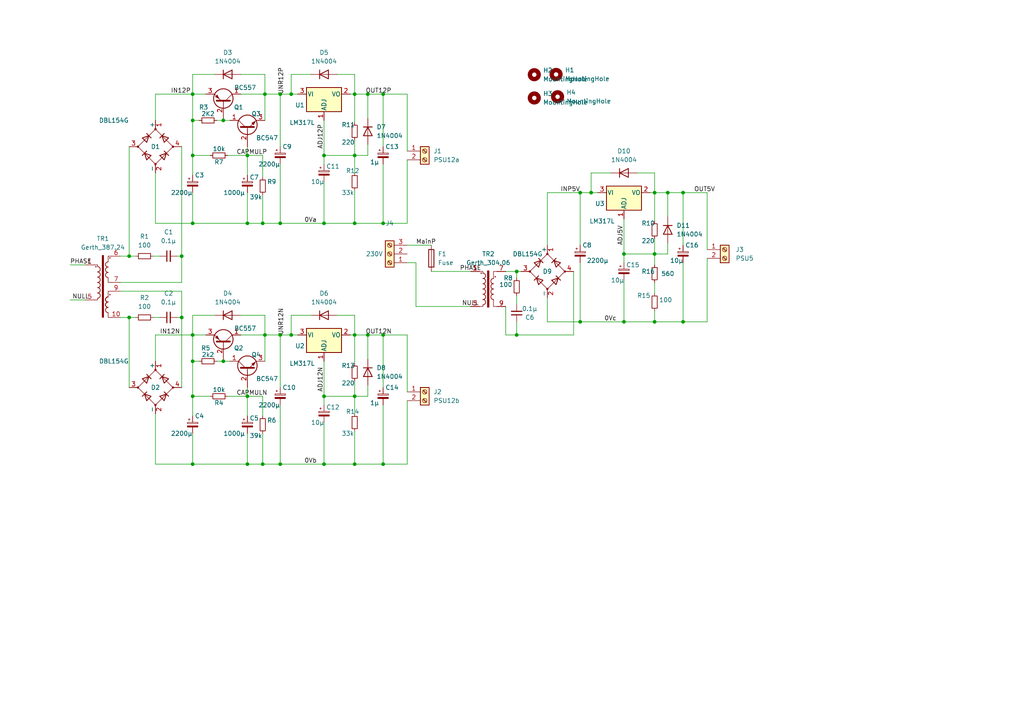
<source format=kicad_sch>
(kicad_sch (version 20211123) (generator eeschema)
  (paper "A4")
  (lib_symbols
    (symbol "Connector:Screw_Terminal_01x02" (pin_names (offset 1.016) hide)
      (property "Reference" "J" (at 0 2.54 0))
      (property "Value" "Screw_Terminal_01x02" (at 0 -5.08 0))
      (symbol "Screw_Terminal_01x02_1_1"
        (rectangle (start -1.27 1.27) (end 1.27 -3.81) (stroke (width 0.254)) (fill (type background)))
        (circle (center 0 -2.54) (radius 0.635) (stroke (width 0.1524)))
        (polyline (pts (xy -0.5334 -2.2098) (xy 0.3302 -3.048)) (stroke (width 0.1524)))
        (polyline (pts (xy -0.5334 0.3302) (xy 0.3302 -0.508)) (stroke (width 0.1524)))
        (polyline (pts (xy -0.3556 -2.032) (xy 0.508 -2.8702)) (stroke (width 0.1524)))
        (polyline (pts (xy -0.3556 0.508) (xy 0.508 -0.3302)) (stroke (width 0.1524)))
        (circle (center 0 0) (radius 0.635) (stroke (width 0.1524)))
        (pin passive line (at -5.08 0 0) (length 3.81) (name "Pin_1") (number "1"))
        (pin passive line (at -5.08 -2.54 0) (length 3.81) (name "Pin_2") (number "2"))
      )
    )
    (symbol "Connector:Screw_Terminal_01x03" (pin_names (offset 1.016) hide)
      (property "Reference" "J" (at 0 5.08 0))
      (property "Value" "Screw_Terminal_01x03" (at 0 -5.08 0))
      (symbol "Screw_Terminal_01x03_1_1"
        (rectangle (start -1.27 3.81) (end 1.27 -3.81) (stroke (width 0.254)) (fill (type background)))
        (circle (center 0 -2.54) (radius 0.635) (stroke (width 0.1524)))
        (polyline (pts (xy -0.5334 -2.2098) (xy 0.3302 -3.048)) (stroke (width 0.1524)))
        (polyline (pts (xy -0.5334 0.3302) (xy 0.3302 -0.508)) (stroke (width 0.1524)))
        (polyline (pts (xy -0.5334 2.8702) (xy 0.3302 2.032)) (stroke (width 0.1524)))
        (polyline (pts (xy -0.3556 -2.032) (xy 0.508 -2.8702)) (stroke (width 0.1524)))
        (polyline (pts (xy -0.3556 0.508) (xy 0.508 -0.3302)) (stroke (width 0.1524)))
        (polyline (pts (xy -0.3556 3.048) (xy 0.508 2.2098)) (stroke (width 0.1524)))
        (circle (center 0 0) (radius 0.635) (stroke (width 0.1524)))
        (circle (center 0 2.54) (radius 0.635) (stroke (width 0.1524)))
        (pin passive line (at -5.08 2.54 0) (length 3.81) (name "Pin_1") (number "1"))
        (pin passive line (at -5.08 0 0) (length 3.81) (name "Pin_2") (number "2"))
        (pin passive line (at -5.08 -2.54 0) (length 3.81) (name "Pin_3") (number "3"))
      )
    )
    (symbol "Device:C_Polarized_Small" (pin_numbers hide) (pin_names (offset 0.254) hide)
      (property "Reference" "C" (at 0.254 1.778 0))
      (property "Value" "C_Polarized_Small" (at 0.254 -2.032 0))
      (symbol "C_Polarized_Small_0_1"
        (rectangle (start -1.524 -0.3048) (end 1.524 -0.6858) (fill (type outline)))
        (rectangle (start -1.524 0.6858) (end 1.524 0.3048))
        (polyline (pts (xy -1.27 1.524) (xy -0.762 1.524)))
        (polyline (pts (xy -1.016 1.27) (xy -1.016 1.778)))
      )
      (symbol "C_Polarized_Small_1_1"
        (pin passive line (at 0 2.54 270) (length 1.8542) (name "~") (number "1"))
        (pin passive line (at 0 -2.54 90) (length 1.8542) (name "~") (number "2"))
      )
    )
    (symbol "Device:C_Small" (pin_numbers hide) (pin_names (offset 0.254) hide)
      (property "Reference" "C" (at 0.254 1.778 0))
      (property "Value" "C_Small" (at 0.254 -2.032 0))
      (symbol "C_Small_0_1"
        (polyline (pts (xy -1.524 -0.508) (xy 1.524 -0.508)) (stroke (width 0.3302)))
        (polyline (pts (xy -1.524 0.508) (xy 1.524 0.508)) (stroke (width 0.3048)))
      )
      (symbol "C_Small_1_1"
        (pin passive line (at 0 2.54 270) (length 2.032) (name "~") (number "1"))
        (pin passive line (at 0 -2.54 90) (length 2.032) (name "~") (number "2"))
      )
    )
    (symbol "Device:D_Bridge_+-AA" (pin_names (offset 0))
      (property "Reference" "D" (at 2.54 6.985 0))
      (property "Value" "D_Bridge_+-AA" (at 2.54 5.08 0))
      (symbol "D_Bridge_+-AA_0_1"
        (circle (center -5.08 0) (radius 0.254) (fill (type outline)))
        (circle (center 0 -5.08) (radius 0.254) (fill (type outline)))
        (polyline (pts (xy -2.54 3.81) (xy -1.27 2.54)) (stroke (width 0.254)))
        (polyline (pts (xy -1.27 -2.54) (xy -2.54 -3.81)) (stroke (width 0.254)))
        (polyline (pts (xy 2.54 -1.27) (xy 3.81 -2.54)) (stroke (width 0.254)))
        (polyline (pts (xy 2.54 1.27) (xy 3.81 2.54)) (stroke (width 0.254)))
        (polyline (pts (xy -3.81 2.54) (xy -2.54 1.27) (xy -1.905 3.175) (xy -3.81 2.54)) (stroke (width 0.254)))
        (polyline (pts (xy -2.54 -1.27) (xy -3.81 -2.54) (xy -1.905 -3.175) (xy -2.54 -1.27)) (stroke (width 0.254)))
        (polyline (pts (xy 1.27 2.54) (xy 2.54 3.81) (xy 3.175 1.905) (xy 1.27 2.54)) (stroke (width 0.254)))
        (polyline (pts (xy 3.175 -1.905) (xy 1.27 -2.54) (xy 2.54 -3.81) (xy 3.175 -1.905)) (stroke (width 0.254)))
        (polyline (pts (xy -5.08 0) (xy 0 -5.08) (xy 5.08 0) (xy 0 5.08) (xy -5.08 0)))
        (circle (center 0 5.08) (radius 0.254) (fill (type outline)))
        (circle (center 5.08 0) (radius 0.254) (fill (type outline)))
      )
      (symbol "D_Bridge_+-AA_1_1"
        (pin passive line (at 7.62 0 180) (length 2.54) (name "+") (number "1"))
        (pin passive line (at -7.62 0 0) (length 2.54) (name "-") (number "2"))
        (pin passive line (at 0 7.62 270) (length 2.54) (name "~") (number "3"))
        (pin passive line (at 0 -7.62 90) (length 2.54) (name "~") (number "4"))
      )
    )
    (symbol "Device:Fuse" (pin_numbers hide) (pin_names (offset 0))
      (property "Reference" "F" (at 2.032 0 90))
      (property "Value" "Fuse" (at -1.905 0 90))
      (symbol "Fuse_0_1"
        (rectangle (start -0.762 -2.54) (end 0.762 2.54) (stroke (width 0.254)))
        (polyline (pts (xy 0 2.54) (xy 0 -2.54)))
      )
      (symbol "Fuse_1_1"
        (pin passive line (at 0 3.81 270) (length 1.27) (name "~") (number "1"))
        (pin passive line (at 0 -3.81 90) (length 1.27) (name "~") (number "2"))
      )
    )
    (symbol "Device:R_Small" (pin_numbers hide) (pin_names (offset 0.254) hide)
      (property "Reference" "R" (at 0.762 0.508 0))
      (property "Value" "R_Small" (at 0.762 -1.016 0))
      (symbol "R_Small_0_1"
        (rectangle (start -0.762 1.778) (end 0.762 -1.778) (stroke (width 0.2032)))
      )
      (symbol "R_Small_1_1"
        (pin passive line (at 0 2.54 270) (length 0.762) (name "~") (number "1"))
        (pin passive line (at 0 -2.54 90) (length 0.762) (name "~") (number "2"))
      )
    )
    (symbol "Diode:1N4004" (pin_numbers hide) (pin_names hide)
      (property "Reference" "D" (at 0 2.54 0))
      (property "Value" "1N4004" (at 0 -2.54 0))
      (symbol "1N4004_0_1"
        (polyline (pts (xy -1.27 1.27) (xy -1.27 -1.27)) (stroke (width 0.254)))
        (polyline (pts (xy 1.27 0) (xy -1.27 0)))
        (polyline (pts (xy 1.27 1.27) (xy 1.27 -1.27) (xy -1.27 0) (xy 1.27 1.27)) (stroke (width 0.254)))
      )
      (symbol "1N4004_1_1"
        (pin passive line (at -3.81 0 0) (length 2.54) (name "K") (number "1"))
        (pin passive line (at 3.81 0 180) (length 2.54) (name "A") (number "2"))
      )
    )
    (symbol "Mechanical:MountingHole" (pin_names (offset 1.016))
      (property "Reference" "H" (at 0 5.08 0))
      (property "Value" "MountingHole" (at 0 3.175 0))
      (symbol "MountingHole_0_1"
        (circle (center 0 0) (radius 1.27) (stroke (width 1.27)))
      )
    )
    (symbol "Regulator_Linear:LM317L_TO92" (pin_names (offset 0.254))
      (property "Reference" "U" (at -3.81 3.175 0))
      (property "Value" "LM317L_TO92" (at 0 3.175 0))
      (symbol "LM317L_TO92_0_1"
        (rectangle (start -5.08 1.905) (end 5.08 -5.08) (stroke (width 0.254)) (fill (type background)))
      )
      (symbol "LM317L_TO92_1_1"
        (pin input line (at 0 -7.62 90) (length 2.54) (name "ADJ") (number "1"))
        (pin power_out line (at 7.62 0 180) (length 2.54) (name "VO") (number "2"))
        (pin power_in line (at -7.62 0 0) (length 2.54) (name "VI") (number "3"))
      )
    )
    (symbol "Transformer:TEZ1.5-D-1" (pin_names (offset 0.0254))
      (property "Reference" "TR" (at 0 6.35 0))
      (property "Value" "TEZ1.5-D-1" (at 0 -6.35 0))
      (symbol "TEZ1.5-D-1_0_1"
        (circle (center -2.032 4.572) (radius 0.127))
        (arc (start -1.524 -4.572) (mid -0.762 -3.81) (end -1.524 -3.048) (stroke (width 0.2032)))
        (arc (start -1.524 -3.048) (mid -0.762 -2.286) (end -1.524 -1.524) (stroke (width 0.2032)))
        (arc (start -1.524 -1.524) (mid -0.762 -0.762) (end -1.524 0) (stroke (width 0.2032)))
        (arc (start -1.524 0) (mid -0.762 0.762) (end -1.524 1.524) (stroke (width 0.2032)))
        (arc (start -1.524 1.524) (mid -0.762 2.286) (end -1.524 3.048) (stroke (width 0.2032)))
        (arc (start -1.524 3.048) (mid -0.762 3.81) (end -1.524 4.572) (stroke (width 0.2032)))
        (rectangle (start -0.254 5.334) (end 0.254 -5.334) (stroke (width 0.0254)) (fill (type outline)))
        (polyline (pts (xy -1.524 -4.572) (xy -1.524 -5.08) (xy -2.54 -5.08)))
        (polyline (pts (xy -1.524 4.572) (xy -1.524 5.08) (xy -2.54 5.08)))
        (polyline (pts (xy 1.524 3.048) (xy 1.524 5.08) (xy 2.54 5.08) (xy 2.54 5.08)) (stroke (width 0.1524)))
        (polyline (pts (xy 2.54 -5.08) (xy 1.524 -5.08) (xy 1.524 -3.048) (xy 1.524 -3.048)) (stroke (width 0.1524)))
        (arc (start 1.524 -1.524) (mid 0.762 -2.286) (end 1.524 -3.048) (stroke (width 0.2032)))
        (arc (start 1.524 0) (mid 0.762 -0.762) (end 1.524 -1.524) (stroke (width 0.2032)))
        (arc (start 1.524 1.524) (mid 0.762 0.762) (end 1.524 0) (stroke (width 0.2032)))
        (arc (start 1.524 3.048) (mid 0.762 2.286) (end 1.524 1.524) (stroke (width 0.2032)))
        (circle (center 2.032 3.556) (radius 0.127))
      )
      (symbol "TEZ1.5-D-1_1_1"
        (pin passive line (at -5.08 5.08 0) (length 2.54) (name "~") (number "1"))
        (pin passive line (at -5.08 -5.08 0) (length 2.54) (name "~") (number "5"))
        (pin passive line (at 5.08 5.08 180) (length 2.54) (name "~") (number "7"))
        (pin passive line (at 5.08 -5.08 180) (length 2.54) (name "~") (number "9"))
      )
    )
    (symbol "Transformer:TEZ2.6-D-2" (pin_names (offset 0.0254))
      (property "Reference" "TR" (at 0 8.89 0))
      (property "Value" "TEZ2.6-D-2" (at 0 -11.43 0))
      (symbol "TEZ2.6-D-2_0_1"
        (circle (center -2.032 4.572) (radius 0.127))
        (arc (start -1.524 -4.572) (mid -0.762 -3.81) (end -1.524 -3.048) (stroke (width 0.2032)))
        (arc (start -1.524 -3.048) (mid -0.762 -2.286) (end -1.524 -1.524) (stroke (width 0.2032)))
        (arc (start -1.524 -1.524) (mid -0.762 -0.762) (end -1.524 0) (stroke (width 0.2032)))
        (arc (start -1.524 0) (mid -0.762 0.762) (end -1.524 1.524) (stroke (width 0.2032)))
        (arc (start -1.524 1.524) (mid -0.762 2.286) (end -1.524 3.048) (stroke (width 0.2032)))
        (arc (start -1.524 3.048) (mid -0.762 3.81) (end -1.524 4.572) (stroke (width 0.2032)))
        (rectangle (start -0.254 7.874) (end 0.254 -10.16) (stroke (width 0.0254)) (fill (type outline)))
        (polyline (pts (xy -1.524 -4.572) (xy -1.524 -5.08) (xy -2.54 -5.08)))
        (polyline (pts (xy -1.524 4.572) (xy -1.524 5.08) (xy -2.54 5.08)))
        (polyline (pts (xy 1.524 -8.89) (xy 1.524 -10.16) (xy 2.54 -10.16)))
        (polyline (pts (xy 2.54 -2.54) (xy 1.524 -2.54) (xy 1.524 -4.064)))
        (polyline (pts (xy 2.54 0) (xy 1.524 0) (xy 1.524 1.27)))
        (polyline (pts (xy 2.54 7.62) (xy 1.524 7.62) (xy 1.524 6.096)))
        (arc (start 1.524 -7.239) (mid 0.762 -8.001) (end 1.524 -8.763) (stroke (width 0.2032)))
        (arc (start 1.524 -5.715) (mid 0.762 -6.477) (end 1.524 -7.239) (stroke (width 0.2032)))
        (arc (start 1.524 -5.715) (mid 0.762 -6.477) (end 1.524 -7.239) (stroke (width 0.2032)))
        (arc (start 1.524 -4.191) (mid 0.762 -4.953) (end 1.524 -5.715) (stroke (width 0.2032)))
        (arc (start 1.524 -4.191) (mid 0.762 -4.953) (end 1.524 -5.715) (stroke (width 0.2032)))
        (arc (start 1.524 2.921) (mid 0.762 2.159) (end 1.524 1.397) (stroke (width 0.2032)))
        (arc (start 1.524 4.445) (mid 0.762 3.683) (end 1.524 2.921) (stroke (width 0.2032)))
        (arc (start 1.524 5.969) (mid 0.762 5.207) (end 1.524 4.445) (stroke (width 0.2032)))
        (circle (center 2.032 -3.556) (radius 0.127))
        (circle (center 2.032 7.112) (radius 0.127))
      )
      (symbol "TEZ2.6-D-2_1_1"
        (pin passive line (at -5.08 5.08 0) (length 2.54) (name "~") (number "1"))
        (pin passive line (at 5.08 -10.16 180) (length 2.54) (name "~") (number "10"))
        (pin passive line (at -5.08 -5.08 0) (length 2.54) (name "~") (number "5"))
        (pin passive line (at 5.08 7.62 180) (length 2.54) (name "~") (number "6"))
        (pin passive line (at 5.08 0 180) (length 2.54) (name "~") (number "7"))
        (pin passive line (at 5.08 -2.54 180) (length 2.54) (name "~") (number "9"))
      )
    )
    (symbol "Transistor_BJT:BC547" (pin_names (offset 0) hide)
      (property "Reference" "Q" (at 5.08 1.905 0))
      (property "Value" "BC547" (at 5.08 0 0))
      (symbol "BC547_0_1"
        (polyline (pts (xy 0 0) (xy 0.635 0)))
        (polyline (pts (xy 0.635 0.635) (xy 2.54 2.54)))
        (polyline (pts (xy 0.635 -0.635) (xy 2.54 -2.54) (xy 2.54 -2.54)))
        (polyline (pts (xy 0.635 1.905) (xy 0.635 -1.905) (xy 0.635 -1.905)) (stroke (width 0.508)))
        (polyline (pts (xy 1.27 -1.778) (xy 1.778 -1.27) (xy 2.286 -2.286) (xy 1.27 -1.778) (xy 1.27 -1.778)) (fill (type outline)))
        (circle (center 1.27 0) (radius 2.8194) (stroke (width 0.254)))
      )
      (symbol "BC547_1_1"
        (pin passive line (at 2.54 5.08 270) (length 2.54) (name "C") (number "1"))
        (pin input line (at -5.08 0 0) (length 5.08) (name "B") (number "2"))
        (pin passive line (at 2.54 -5.08 90) (length 2.54) (name "E") (number "3"))
      )
    )
    (symbol "Transistor_BJT:BC557" (pin_names (offset 0) hide)
      (property "Reference" "Q" (at 5.08 1.905 0))
      (property "Value" "BC557" (at 5.08 0 0))
      (symbol "BC557_0_1"
        (polyline (pts (xy 0.635 0.635) (xy 2.54 2.54)))
        (polyline (pts (xy 0.635 -0.635) (xy 2.54 -2.54) (xy 2.54 -2.54)))
        (polyline (pts (xy 0.635 1.905) (xy 0.635 -1.905) (xy 0.635 -1.905)) (stroke (width 0.508)))
        (polyline (pts (xy 2.286 -1.778) (xy 1.778 -2.286) (xy 1.27 -1.27) (xy 2.286 -1.778) (xy 2.286 -1.778)) (fill (type outline)))
        (circle (center 1.27 0) (radius 2.8194) (stroke (width 0.254)))
      )
      (symbol "BC557_1_1"
        (pin passive line (at 2.54 5.08 270) (length 2.54) (name "C") (number "1"))
        (pin input line (at -5.08 0 0) (length 5.715) (name "B") (number "2"))
        (pin passive line (at 2.54 -5.08 90) (length 2.54) (name "E") (number "3"))
      )
    )
  )
  (junction (at 84.455 97.155))
  (junction (at 55.88 45.085))
  (junction (at 84.455 27.305))
  (junction (at 76.835 27.305))
  (junction (at 102.87 97.155))
  (junction (at 168.275 55.88))
  (junction (at 64.77 104.775))
  (junction (at 111.125 97.155))
  (junction (at 189.865 93.345))
  (junction (at 71.755 134.62))
  (junction (at 93.98 64.77))
  (junction (at 55.88 114.935))
  (junction (at 111.125 64.77))
  (junction (at 71.755 114.935))
  (junction (at 102.87 64.77))
  (junction (at 76.835 97.155))
  (junction (at 193.675 55.88))
  (junction (at 111.125 27.305))
  (junction (at 102.87 114.935))
  (junction (at 189.865 73.66))
  (junction (at 55.88 134.62))
  (junction (at 81.28 27.305))
  (junction (at 111.125 134.62))
  (junction (at 76.2 64.77))
  (junction (at 93.98 114.935))
  (junction (at 71.755 64.77))
  (junction (at 55.88 97.155))
  (junction (at 55.88 64.77))
  (junction (at 71.755 45.085))
  (junction (at 93.98 134.62))
  (junction (at 102.87 27.305))
  (junction (at 81.28 134.62))
  (junction (at 149.86 97.155))
  (junction (at 52.705 92.075))
  (junction (at 55.88 34.925))
  (junction (at 180.975 93.345))
  (junction (at 102.87 45.085))
  (junction (at 102.87 134.62))
  (junction (at 106.68 27.305))
  (junction (at 198.12 93.345))
  (junction (at 168.275 93.345))
  (junction (at 149.86 78.74))
  (junction (at 171.45 55.88))
  (junction (at 93.98 45.085))
  (junction (at 64.77 34.925))
  (junction (at 55.88 27.305))
  (junction (at 189.865 55.88))
  (junction (at 52.705 74.295))
  (junction (at 37.465 74.295))
  (junction (at 81.28 97.155))
  (junction (at 37.465 92.075))
  (junction (at 180.975 73.66))
  (junction (at 106.68 97.155))
  (junction (at 55.88 104.775))
  (junction (at 198.12 55.88))
  (junction (at 81.28 64.77))
  (junction (at 76.2 134.62))
  (wire (pts (xy 106.68 114.935) (xy 102.87 114.935)))
  (wire (pts (xy 189.865 64.135) (xy 189.865 55.88)))
  (wire (pts (xy 34.925 74.295) (xy 37.465 74.295)))
  (wire (pts (xy 189.865 55.88) (xy 188.595 55.88)))
  (wire (pts (xy 81.28 47.625) (xy 81.28 64.77)))
  (wire (pts (xy 84.455 97.155) (xy 84.455 91.44)))
  (wire (pts (xy 158.75 86.36) (xy 158.75 93.345)))
  (wire (pts (xy 93.98 34.925) (xy 93.98 45.085)))
  (wire (pts (xy 34.925 84.455) (xy 52.705 84.455)))
  (wire (pts (xy 45.085 134.62) (xy 55.88 134.62)))
  (wire (pts (xy 102.87 97.155) (xy 106.68 97.155)))
  (wire (pts (xy 69.85 91.44) (xy 76.835 91.44)))
  (wire (pts (xy 193.675 55.88) (xy 193.675 62.865)))
  (wire (pts (xy 102.87 64.77) (xy 111.125 64.77)))
  (wire (pts (xy 118.11 116.205) (xy 118.11 134.62)))
  (wire (pts (xy 189.865 50.165) (xy 189.865 55.88)))
  (wire (pts (xy 71.755 112.395) (xy 71.755 114.935)))
  (wire (pts (xy 205.105 74.93) (xy 205.105 93.345)))
  (wire (pts (xy 120.65 88.9) (xy 136.525 88.9)))
  (wire (pts (xy 55.88 134.62) (xy 71.755 134.62)))
  (wire (pts (xy 146.685 88.9) (xy 146.685 97.155)))
  (wire (pts (xy 84.455 97.155) (xy 86.36 97.155)))
  (wire (pts (xy 158.75 55.88) (xy 168.275 55.88)))
  (wire (pts (xy 102.87 91.44) (xy 102.87 97.155)))
  (wire (pts (xy 55.88 104.775) (xy 57.785 104.775)))
  (wire (pts (xy 66.04 45.085) (xy 71.755 45.085)))
  (wire (pts (xy 45.085 104.775) (xy 45.085 97.155)))
  (wire (pts (xy 76.835 97.155) (xy 76.835 104.775)))
  (wire (pts (xy 180.975 93.345) (xy 189.865 93.345)))
  (wire (pts (xy 52.705 81.915) (xy 52.705 74.295)))
  (wire (pts (xy 71.755 55.88) (xy 71.755 64.77)))
  (wire (pts (xy 198.12 71.12) (xy 198.12 55.88)))
  (wire (pts (xy 171.45 55.88) (xy 173.355 55.88)))
  (wire (pts (xy 106.68 27.305) (xy 106.68 34.29)))
  (wire (pts (xy 102.87 134.62) (xy 102.87 125.095)))
  (wire (pts (xy 76.835 91.44) (xy 76.835 97.155)))
  (wire (pts (xy 64.77 34.925) (xy 66.675 34.925)))
  (wire (pts (xy 118.11 97.155) (xy 118.11 113.665)))
  (wire (pts (xy 55.88 64.77) (xy 71.755 64.77)))
  (wire (pts (xy 102.87 97.155) (xy 101.6 97.155)))
  (wire (pts (xy 55.88 45.085) (xy 55.88 50.8)))
  (wire (pts (xy 102.87 21.59) (xy 102.87 27.305)))
  (wire (pts (xy 146.685 97.155) (xy 149.86 97.155)))
  (wire (pts (xy 76.835 97.155) (xy 81.28 97.155)))
  (wire (pts (xy 76.835 27.305) (xy 76.835 34.925)))
  (wire (pts (xy 111.125 112.395) (xy 111.125 97.155)))
  (wire (pts (xy 189.865 81.915) (xy 189.865 85.09)))
  (wire (pts (xy 76.2 125.73) (xy 76.2 134.62)))
  (wire (pts (xy 93.98 114.935) (xy 93.98 117.475)))
  (wire (pts (xy 66.04 114.935) (xy 71.755 114.935)))
  (wire (pts (xy 55.88 45.085) (xy 60.96 45.085)))
  (wire (pts (xy 149.86 97.155) (xy 166.37 97.155)))
  (wire (pts (xy 97.79 91.44) (xy 102.87 91.44)))
  (wire (pts (xy 55.88 27.305) (xy 59.69 27.305)))
  (wire (pts (xy 62.865 104.775) (xy 64.77 104.775)))
  (wire (pts (xy 81.28 134.62) (xy 93.98 134.62)))
  (wire (pts (xy 111.125 27.305) (xy 118.11 27.305)))
  (wire (pts (xy 184.785 50.165) (xy 189.865 50.165)))
  (wire (pts (xy 102.87 114.935) (xy 102.87 120.015)))
  (wire (pts (xy 52.705 92.075) (xy 52.705 112.395)))
  (wire (pts (xy 120.65 76.2) (xy 120.65 88.9)))
  (wire (pts (xy 71.755 125.73) (xy 71.755 134.62)))
  (wire (pts (xy 111.125 47.625) (xy 111.125 64.77)))
  (wire (pts (xy 102.87 40.64) (xy 102.87 45.085)))
  (wire (pts (xy 102.87 35.56) (xy 102.87 27.305)))
  (wire (pts (xy 93.98 64.77) (xy 102.87 64.77)))
  (wire (pts (xy 102.87 110.49) (xy 102.87 114.935)))
  (wire (pts (xy 180.975 63.5) (xy 180.975 73.66)))
  (wire (pts (xy 158.75 55.88) (xy 158.75 71.12)))
  (wire (pts (xy 118.11 27.305) (xy 118.11 43.815)))
  (wire (pts (xy 84.455 91.44) (xy 90.17 91.44)))
  (wire (pts (xy 189.865 93.345) (xy 198.12 93.345)))
  (wire (pts (xy 76.835 27.305) (xy 81.28 27.305)))
  (wire (pts (xy 106.68 27.305) (xy 111.125 27.305)))
  (wire (pts (xy 51.435 74.295) (xy 52.705 74.295)))
  (wire (pts (xy 76.2 64.77) (xy 81.28 64.77)))
  (wire (pts (xy 81.28 117.475) (xy 81.28 134.62)))
  (wire (pts (xy 81.28 97.155) (xy 84.455 97.155)))
  (wire (pts (xy 102.87 64.77) (xy 102.87 55.245)))
  (wire (pts (xy 198.12 55.88) (xy 205.105 55.88)))
  (wire (pts (xy 158.75 93.345) (xy 168.275 93.345)))
  (wire (pts (xy 168.275 76.2) (xy 168.275 93.345)))
  (wire (pts (xy 37.465 92.075) (xy 39.37 92.075)))
  (wire (pts (xy 166.37 97.155) (xy 166.37 78.74)))
  (wire (pts (xy 118.11 64.77) (xy 111.125 64.77)))
  (wire (pts (xy 102.87 45.085) (xy 106.68 45.085)))
  (wire (pts (xy 69.85 97.155) (xy 76.835 97.155)))
  (wire (pts (xy 44.45 74.295) (xy 46.355 74.295)))
  (wire (pts (xy 20.32 86.995) (xy 24.765 86.995)))
  (wire (pts (xy 71.755 64.77) (xy 76.2 64.77)))
  (wire (pts (xy 189.865 90.17) (xy 189.865 93.345)))
  (wire (pts (xy 20.32 76.835) (xy 24.765 76.835)))
  (wire (pts (xy 111.125 117.475) (xy 111.125 134.62)))
  (wire (pts (xy 37.465 42.545) (xy 37.465 74.295)))
  (wire (pts (xy 102.87 134.62) (xy 111.125 134.62)))
  (wire (pts (xy 34.925 81.915) (xy 52.705 81.915)))
  (wire (pts (xy 69.85 21.59) (xy 76.835 21.59)))
  (wire (pts (xy 93.98 134.62) (xy 102.87 134.62)))
  (wire (pts (xy 34.925 92.075) (xy 37.465 92.075)))
  (wire (pts (xy 93.98 122.555) (xy 93.98 134.62)))
  (wire (pts (xy 45.085 64.77) (xy 55.88 64.77)))
  (wire (pts (xy 93.98 114.935) (xy 102.87 114.935)))
  (wire (pts (xy 106.68 97.155) (xy 106.68 104.14)))
  (wire (pts (xy 45.085 34.925) (xy 45.085 27.305)))
  (wire (pts (xy 193.675 73.66) (xy 189.865 73.66)))
  (wire (pts (xy 193.675 55.88) (xy 198.12 55.88)))
  (wire (pts (xy 76.2 64.77) (xy 76.2 56.515)))
  (wire (pts (xy 93.98 52.705) (xy 93.98 64.77)))
  (wire (pts (xy 55.88 34.925) (xy 57.785 34.925)))
  (wire (pts (xy 168.275 55.88) (xy 168.275 71.12)))
  (wire (pts (xy 76.2 134.62) (xy 81.28 134.62)))
  (wire (pts (xy 55.88 91.44) (xy 55.88 97.155)))
  (wire (pts (xy 84.455 27.305) (xy 86.36 27.305)))
  (wire (pts (xy 71.755 114.935) (xy 76.2 114.935)))
  (wire (pts (xy 102.87 27.305) (xy 101.6 27.305)))
  (wire (pts (xy 111.125 97.155) (xy 118.11 97.155)))
  (wire (pts (xy 71.755 45.085) (xy 76.2 45.085)))
  (wire (pts (xy 55.88 97.155) (xy 59.69 97.155)))
  (wire (pts (xy 149.86 85.725) (xy 149.86 88.265)))
  (wire (pts (xy 189.865 55.88) (xy 193.675 55.88)))
  (wire (pts (xy 97.79 21.59) (xy 102.87 21.59)))
  (wire (pts (xy 189.865 69.215) (xy 189.865 73.66)))
  (wire (pts (xy 118.11 76.2) (xy 120.65 76.2)))
  (wire (pts (xy 180.975 81.28) (xy 180.975 93.345)))
  (wire (pts (xy 149.86 93.345) (xy 149.86 97.155)))
  (wire (pts (xy 71.755 42.545) (xy 71.755 45.085)))
  (wire (pts (xy 71.755 134.62) (xy 76.2 134.62)))
  (wire (pts (xy 198.12 76.2) (xy 198.12 93.345)))
  (wire (pts (xy 118.11 71.12) (xy 125.095 71.12)))
  (wire (pts (xy 55.88 114.935) (xy 60.96 114.935)))
  (wire (pts (xy 55.88 104.775) (xy 55.88 114.935)))
  (wire (pts (xy 102.87 45.085) (xy 102.87 50.165)))
  (wire (pts (xy 81.28 27.305) (xy 81.28 42.545)))
  (wire (pts (xy 106.68 111.76) (xy 106.68 114.935)))
  (wire (pts (xy 171.45 55.88) (xy 171.45 50.165)))
  (wire (pts (xy 189.865 73.66) (xy 189.865 76.835)))
  (wire (pts (xy 45.085 97.155) (xy 55.88 97.155)))
  (wire (pts (xy 93.98 45.085) (xy 102.87 45.085)))
  (wire (pts (xy 81.28 27.305) (xy 84.455 27.305)))
  (wire (pts (xy 76.835 21.59) (xy 76.835 27.305)))
  (wire (pts (xy 55.88 27.305) (xy 55.88 34.925)))
  (wire (pts (xy 52.705 42.545) (xy 52.705 74.295)))
  (wire (pts (xy 55.88 21.59) (xy 55.88 27.305)))
  (wire (pts (xy 76.2 45.085) (xy 76.2 51.435)))
  (wire (pts (xy 45.085 27.305) (xy 55.88 27.305)))
  (wire (pts (xy 180.975 73.66) (xy 180.975 76.2)))
  (wire (pts (xy 93.98 104.775) (xy 93.98 114.935)))
  (wire (pts (xy 146.685 78.74) (xy 149.86 78.74)))
  (wire (pts (xy 71.755 45.085) (xy 71.755 50.8)))
  (wire (pts (xy 55.88 97.155) (xy 55.88 104.775)))
  (wire (pts (xy 125.095 78.74) (xy 136.525 78.74)))
  (wire (pts (xy 62.865 34.925) (xy 64.77 34.925)))
  (wire (pts (xy 171.45 50.165) (xy 177.165 50.165)))
  (wire (pts (xy 84.455 27.305) (xy 84.455 21.59)))
  (wire (pts (xy 71.755 114.935) (xy 71.755 120.65)))
  (wire (pts (xy 55.88 114.935) (xy 55.88 120.65)))
  (wire (pts (xy 81.28 64.77) (xy 93.98 64.77)))
  (wire (pts (xy 149.86 78.74) (xy 151.13 78.74)))
  (wire (pts (xy 55.88 34.925) (xy 55.88 45.085)))
  (wire (pts (xy 168.275 55.88) (xy 171.45 55.88)))
  (wire (pts (xy 205.105 93.345) (xy 198.12 93.345)))
  (wire (pts (xy 81.28 97.155) (xy 81.28 112.395)))
  (wire (pts (xy 55.88 125.73) (xy 55.88 134.62)))
  (wire (pts (xy 45.085 50.165) (xy 45.085 64.77)))
  (wire (pts (xy 76.2 114.935) (xy 76.2 120.65)))
  (wire (pts (xy 118.11 134.62) (xy 111.125 134.62)))
  (wire (pts (xy 149.86 78.74) (xy 149.86 80.645)))
  (wire (pts (xy 102.87 105.41) (xy 102.87 97.155)))
  (wire (pts (xy 44.45 92.075) (xy 46.355 92.075)))
  (wire (pts (xy 45.085 120.015) (xy 45.085 134.62)))
  (wire (pts (xy 52.705 84.455) (xy 52.705 92.075)))
  (wire (pts (xy 62.23 91.44) (xy 55.88 91.44)))
  (wire (pts (xy 69.85 27.305) (xy 76.835 27.305)))
  (wire (pts (xy 205.105 55.88) (xy 205.105 72.39)))
  (wire (pts (xy 106.68 41.91) (xy 106.68 45.085)))
  (wire (pts (xy 193.675 70.485) (xy 193.675 73.66)))
  (wire (pts (xy 55.88 55.88) (xy 55.88 64.77)))
  (wire (pts (xy 62.23 21.59) (xy 55.88 21.59)))
  (wire (pts (xy 111.125 42.545) (xy 111.125 27.305)))
  (wire (pts (xy 106.68 97.155) (xy 111.125 97.155)))
  (wire (pts (xy 37.465 92.075) (xy 37.465 112.395)))
  (wire (pts (xy 180.975 73.66) (xy 189.865 73.66)))
  (wire (pts (xy 93.98 45.085) (xy 93.98 47.625)))
  (wire (pts (xy 64.77 104.775) (xy 66.675 104.775)))
  (wire (pts (xy 168.275 93.345) (xy 180.975 93.345)))
  (wire (pts (xy 84.455 21.59) (xy 90.17 21.59)))
  (wire (pts (xy 51.435 92.075) (xy 52.705 92.075)))
  (wire (pts (xy 102.87 27.305) (xy 106.68 27.305)))
  (wire (pts (xy 37.465 74.295) (xy 39.37 74.295)))
  (wire (pts (xy 118.11 46.355) (xy 118.11 64.77)))
  (label "ADJ12N" (at 93.98 113.665 90))
  (label "CAPMULN" (at 68.58 114.935 0))
  (label "NULL" (at 20.955 86.995 0))
  (label "INP5V" (at 162.56 55.88 0))
  (label "MainP" (at 120.65 71.12 0))
  (label "UNR12P" (at 82.55 27.305 90))
  (label "0Vc" (at 175.26 93.345 0))
  (label "0Va" (at 88.265 64.77 0))
  (label "0Vb" (at 88.265 134.62 0))
  (label "CAPMULP" (at 68.58 45.085 0))
  (label "OUT5V" (at 201.295 55.88 0))
  (label "PHASE" (at 20.32 76.835 0))
  (label "NULL" (at 133.985 88.9 0))
  (label "ADJ12P" (at 93.98 43.18 90))
  (label "IN12P" (at 49.53 27.305 0))
  (label "ADJ5V" (at 180.975 71.12 90))
  (label "OUT12N" (at 106.045 97.155 0))
  (label "PHASE" (at 133.35 78.74 0))
  (label "UNR12N" (at 82.55 97.155 90))
  (label "OUT12P" (at 106.045 27.305 0))
  (label "IN12N" (at 46.355 97.155 0))
  (symbol (lib_id "Device:R_Small") (at 149.86 83.185 180) (unit 1)
    (property "Reference" "R8" (at 146.05 80.645 0) (effects (justify right)))
    (property "Value" "100" (at 144.78 82.55 0) (effects (justify right)))
    (property "Footprint" "Resistor_SMD:R_1206_3216Metric_Pad1.30x1.75mm_HandSolder" (effects hide))
  )
  (symbol (lib_id "Device:C_Polarized_Small") (at 111.125 45.085 0) (unit 1)
    (property "Reference" "C13" (at 111.76 42.545 0) (effects (justify left)))
    (property "Value" "1µ" (at 107.315 46.99 0) (effects (justify left)))
    (property "Footprint" "Capacitor_THT:CP_Radial_D5.0mm_P2.50mm" (effects hide))
  )
  (symbol (lib_id "Transistor_BJT:BC547") (at 71.755 37.465 90) (unit 1)
    (property "Reference" "Q3" (at 74.295 33.02 90))
    (property "Value" "BC547" (at 77.47 40.005 90))
    (property "Footprint" "Package_TO_SOT_THT:TO-92_Inline_Wide" (effects hide))
    (property "Datasheet" "https://www.onsemi.com/pub/Collateral/BC550-D.pdf" (effects hide))
  )
  (symbol (lib_id "Device:D_Bridge_+-AA") (at 45.085 42.545 90) (unit 1)
    (property "Reference" "D1" (at 45.085 42.545 90))
    (property "Value" "DBL154G" (at 33.02 34.925 90))
    (property "Footprint" "MyFootPrints:DBL_4" (effects hide))
  )
  (symbol (lib_id "Device:C_Polarized_Small") (at 93.98 120.015 0) (unit 1)
    (property "Reference" "C12" (at 94.615 118.11 0) (effects (justify left)))
    (property "Value" "10µ" (at 90.17 122.555 0) (effects (justify left)))
    (property "Footprint" "Capacitor_THT:CP_Radial_D5.0mm_P2.50mm" (effects hide))
  )
  (symbol (lib_id "Mechanical:MountingHole") (at 154.9683 21.6637 0) (unit 1)
    (property "Reference" "H2" (at 157.5083 20.3936 0) (effects (justify left)))
    (property "Value" "MountingHole" (at 157.5083 22.9336 0) (effects (justify left)))
    (property "Footprint" "MountingHole:MountingHole_3.2mm_M3" (effects hide))
  )
  (symbol (lib_id "Diode:1N4004") (at 106.68 107.95 270) (unit 1)
    (property "Reference" "D8" (at 109.22 106.6799 90) (effects (justify left)))
    (property "Value" "1N4004" (at 109.22 109.2199 90) (effects (justify left)))
    (property "Footprint" "Diode_THT:D_DO-41_SOD81_P10.16mm_Horizontal" (effects hide))
    (property "Datasheet" "http://www.vishay.com/docs/88503/1n4001.pdf" (effects hide))
  )
  (symbol (lib_id "Device:C_Polarized_Small") (at 180.975 78.74 0) (unit 1)
    (property "Reference" "C15" (at 181.61 76.835 0) (effects (justify left)))
    (property "Value" "10µ" (at 177.165 81.28 0) (effects (justify left)))
    (property "Footprint" "Capacitor_THT:CP_Radial_D5.0mm_P2.50mm" (effects hide))
  )
  (symbol (lib_id "Connector:Screw_Terminal_01x02") (at 123.19 43.815 0) (unit 1)
    (property "Reference" "J1" (at 125.73 43.8149 0) (effects (justify left)))
    (property "Value" "PSU12a" (at 125.73 46.3549 0) (effects (justify left)))
    (property "Footprint" "TerminalBlock_Phoenix:TerminalBlock_Phoenix_MKDS-1,5-2_1x02_P5.00mm_Horizontal" (effects hide))
  )
  (symbol (lib_id "Device:R_Small") (at 102.87 38.1 180) (unit 1)
    (property "Reference" "R11" (at 99.06 36.195 0) (effects (justify right)))
    (property "Value" "220" (at 99.06 41.275 0) (effects (justify right)))
    (property "Footprint" "Resistor_SMD:R_1206_3216Metric_Pad1.30x1.75mm_HandSolder" (effects hide))
  )
  (symbol (lib_id "Device:R_Small") (at 102.87 107.95 180) (unit 1)
    (property "Reference" "R13" (at 99.06 106.045 0) (effects (justify right)))
    (property "Value" "220" (at 99.06 111.125 0) (effects (justify right)))
    (property "Footprint" "Resistor_SMD:R_1206_3216Metric_Pad1.30x1.75mm_HandSolder" (effects hide))
  )
  (symbol (lib_id "Mechanical:MountingHole") (at 161.29 21.59 0) (unit 1)
    (property "Reference" "H1" (at 163.83 20.3199 0) (effects (justify left)))
    (property "Value" "MountingHole" (at 163.83 22.8599 0) (effects (justify left)))
    (property "Footprint" "MountingHole:MountingHole_3.2mm_M3" (effects hide))
  )
  (symbol (lib_id "Diode:1N4004") (at 193.675 66.675 270) (unit 1)
    (property "Reference" "D11" (at 196.215 65.4049 90) (effects (justify left)))
    (property "Value" "1N4004" (at 196.215 67.9449 90) (effects (justify left)))
    (property "Footprint" "Diode_THT:D_DO-41_SOD81_P10.16mm_Horizontal" (effects hide))
    (property "Datasheet" "http://www.vishay.com/docs/88503/1n4001.pdf" (effects hide))
  )
  (symbol (lib_id "Diode:1N4004") (at 180.975 50.165 0) (unit 1)
    (property "Reference" "D10" (at 180.975 43.815 0))
    (property "Value" "1N4004" (at 180.975 46.355 0))
    (property "Footprint" "Diode_THT:D_DO-41_SOD81_P10.16mm_Horizontal" (effects hide))
    (property "Datasheet" "http://www.vishay.com/docs/88503/1n4001.pdf" (effects hide))
  )
  (symbol (lib_id "Device:R_Small") (at 102.87 122.555 180) (unit 1)
    (property "Reference" "R14" (at 100.33 119.38 0) (effects (justify right)))
    (property "Value" "33k" (at 99.06 125.73 0) (effects (justify right)))
    (property "Footprint" "Resistor_SMD:R_1206_3216Metric_Pad1.30x1.75mm_HandSolder" (effects hide))
  )
  (symbol (lib_id "Diode:1N4004") (at 66.04 91.44 0) (unit 1)
    (property "Reference" "D4" (at 66.04 85.09 0))
    (property "Value" "1N4004" (at 66.04 87.63 0))
    (property "Footprint" "Diode_THT:D_DO-41_SOD81_P10.16mm_Horizontal" (effects hide))
    (property "Datasheet" "http://www.vishay.com/docs/88503/1n4001.pdf" (effects hide))
  )
  (symbol (lib_id "Device:Fuse") (at 125.095 74.93 0) (unit 1)
    (property "Reference" "F1" (at 127 73.6599 0) (effects (justify left)))
    (property "Value" "Fuse" (at 127 76.1999 0) (effects (justify left)))
    (property "Footprint" "MyFootPrints:Fuse_Littelfuse-PTF15" (effects hide))
  )
  (symbol (lib_id "Diode:1N4004") (at 66.04 21.59 0) (unit 1)
    (property "Reference" "D3" (at 66.04 15.24 0))
    (property "Value" "1N4004" (at 66.04 17.78 0))
    (property "Footprint" "Diode_THT:D_DO-41_SOD81_P10.16mm_Horizontal" (effects hide))
    (property "Datasheet" "http://www.vishay.com/docs/88503/1n4001.pdf" (effects hide))
  )
  (symbol (lib_id "Diode:1N4004") (at 106.68 38.1 270) (unit 1)
    (property "Reference" "D7" (at 109.22 36.8299 90) (effects (justify left)))
    (property "Value" "1N4004" (at 109.22 39.3699 90) (effects (justify left)))
    (property "Footprint" "Diode_THT:D_DO-41_SOD81_P10.16mm_Horizontal" (effects hide))
    (property "Datasheet" "http://www.vishay.com/docs/88503/1n4001.pdf" (effects hide))
  )
  (symbol (lib_id "Device:C_Polarized_Small") (at 111.125 114.935 0) (unit 1)
    (property "Reference" "C14" (at 111.76 112.395 0) (effects (justify left)))
    (property "Value" "1µ" (at 107.315 116.84 0) (effects (justify left)))
    (property "Footprint" "Capacitor_THT:CP_Radial_D5.0mm_P2.50mm" (effects hide))
  )
  (symbol (lib_id "Device:R_Small") (at 63.5 45.085 90) (unit 1)
    (property "Reference" "R7" (at 63.5 46.99 90))
    (property "Value" "10k" (at 63.5 43.18 90))
    (property "Footprint" "Resistor_SMD:R_1206_3216Metric_Pad1.30x1.75mm_HandSolder" (effects hide))
  )
  (symbol (lib_id "Device:C_Polarized_Small") (at 168.275 73.66 0) (unit 1)
    (property "Reference" "C8" (at 168.91 71.12 0) (effects (justify left)))
    (property "Value" "2200µ" (at 170.18 75.565 0) (effects (justify left)))
    (property "Footprint" "Capacitor_THT:CP_Radial_D16.0mm_P7.50mm" (effects hide))
  )
  (symbol (lib_id "Transformer:TEZ1.5-D-1") (at 141.605 83.82 0) (unit 1)
    (property "Reference" "TR2" (at 141.6431 73.66 0))
    (property "Value" "Gerth_304.06" (at 141.6431 76.2 0))
    (property "Footprint" "MyFootPrints:304.06_1.8VA" (effects hide))
    (property "Datasheet" "http://www.breve.pl/pdf/ANG/TEZ_ang.pdf" (effects hide))
  )
  (symbol (lib_id "Device:C_Polarized_Small") (at 55.88 123.19 0) (unit 1)
    (property "Reference" "C4" (at 56.515 120.65 0) (effects (justify left)))
    (property "Value" "2200µ" (at 49.53 125.73 0) (effects (justify left)))
    (property "Footprint" "Capacitor_THT:CP_Radial_D16.0mm_P7.50mm" (effects hide))
  )
  (symbol (lib_id "Diode:1N4004") (at 93.98 21.59 0) (unit 1)
    (property "Reference" "D5" (at 93.98 15.24 0))
    (property "Value" "1N4004" (at 93.98 17.78 0))
    (property "Footprint" "Diode_THT:D_DO-41_SOD81_P10.16mm_Horizontal" (effects hide))
    (property "Datasheet" "http://www.vishay.com/docs/88503/1n4001.pdf" (effects hide))
  )
  (symbol (lib_id "Mechanical:MountingHole") (at 161.7213 28.0636 0) (unit 1)
    (property "Reference" "H4" (at 164.2613 26.7935 0) (effects (justify left)))
    (property "Value" "MountingHole" (at 164.2613 29.3335 0) (effects (justify left)))
    (property "Footprint" "MountingHole:MountingHole_3.2mm_M3" (effects hide))
  )
  (symbol (lib_id "Device:R_Small") (at 41.91 74.295 90) (unit 1)
    (property "Reference" "R1" (at 41.91 68.58 90))
    (property "Value" "100" (at 41.91 71.12 90))
    (property "Footprint" "Resistor_SMD:R_1206_3216Metric_Pad1.30x1.75mm_HandSolder" (effects hide))
  )
  (symbol (lib_id "Device:R_Small") (at 60.325 104.775 90) (unit 1)
    (property "Reference" "R5" (at 59.69 100.965 90))
    (property "Value" "2k2" (at 60.325 102.87 90))
    (property "Footprint" "Resistor_SMD:R_1206_3216Metric_Pad1.30x1.75mm_HandSolder" (effects hide))
  )
  (symbol (lib_id "Transistor_BJT:BC547") (at 71.755 107.315 90) (unit 1)
    (property "Reference" "Q4" (at 74.295 102.87 90))
    (property "Value" "BC547" (at 77.47 109.855 90))
    (property "Footprint" "Package_TO_SOT_THT:TO-92_Inline_Wide" (effects hide))
    (property "Datasheet" "https://www.onsemi.com/pub/Collateral/BC550-D.pdf" (effects hide))
  )
  (symbol (lib_id "Device:C_Small") (at 48.895 74.295 90) (unit 1)
    (property "Reference" "C1" (at 48.9013 67.31 90))
    (property "Value" "0.1µ" (at 48.9013 69.85 90))
    (property "Footprint" "Capacitor_THT:C_Disc_D6.0mm_W2.5mm_P5.00mm" (effects hide))
  )
  (symbol (lib_id "Transistor_BJT:BC557") (at 64.77 99.695 270) (mirror x) (unit 1)
    (property "Reference" "Q2" (at 69.215 100.965 90))
    (property "Value" "BC557" (at 71.12 95.25 90))
    (property "Footprint" "Package_TO_SOT_THT:TO-92_Inline_Wide" (effects hide))
    (property "Datasheet" "https://www.onsemi.com/pub/Collateral/BC556BTA-D.pdf" (effects hide))
  )
  (symbol (lib_id "Device:R_Small") (at 76.2 123.19 180) (unit 1)
    (property "Reference" "R6" (at 77.47 121.92 0) (effects (justify right)))
    (property "Value" "39k" (at 72.39 126.365 0) (effects (justify right)))
    (property "Footprint" "Resistor_SMD:R_1206_3216Metric_Pad1.30x1.75mm_HandSolder" (effects hide))
  )
  (symbol (lib_id "Device:D_Bridge_+-AA") (at 158.75 78.74 90) (unit 1)
    (property "Reference" "D9" (at 158.75 78.74 90))
    (property "Value" "DBL154G" (at 153.035 73.66 90))
    (property "Footprint" "MyFootPrints:DBL_4" (effects hide))
  )
  (symbol (lib_id "Device:C_Polarized_Small") (at 198.12 73.66 0) (unit 1)
    (property "Reference" "C16" (at 198.755 71.12 0) (effects (justify left)))
    (property "Value" "10µ" (at 194.31 75.565 0) (effects (justify left)))
    (property "Footprint" "Capacitor_THT:CP_Radial_D5.0mm_P2.50mm" (effects hide))
  )
  (symbol (lib_id "Transistor_BJT:BC557") (at 64.77 29.845 270) (mirror x) (unit 1)
    (property "Reference" "Q1" (at 69.215 31.115 90))
    (property "Value" "BC557" (at 71.12 25.4 90))
    (property "Footprint" "Package_TO_SOT_THT:TO-92_Inline_Wide" (effects hide))
    (property "Datasheet" "https://www.onsemi.com/pub/Collateral/BC556BTA-D.pdf" (effects hide))
  )
  (symbol (lib_id "Device:C_Small") (at 149.86 90.805 180) (unit 1)
    (property "Reference" "C6" (at 153.67 92.075 0))
    (property "Value" "0.1µ" (at 153.67 89.535 0))
    (property "Footprint" "Capacitor_THT:C_Disc_D6.0mm_W2.5mm_P5.00mm" (effects hide))
  )
  (symbol (lib_id "Device:C_Polarized_Small") (at 81.28 114.935 0) (unit 1)
    (property "Reference" "C10" (at 81.915 112.395 0) (effects (justify left)))
    (property "Value" "2200µ" (at 74.93 117.475 0) (effects (justify left)))
    (property "Footprint" "Capacitor_THT:CP_Radial_D16.0mm_P7.50mm" (effects hide))
  )
  (symbol (lib_id "Connector:Screw_Terminal_01x02") (at 210.185 72.39 0) (unit 1)
    (property "Reference" "J3" (at 213.36 72.3899 0) (effects (justify left)))
    (property "Value" "PSU5" (at 213.36 74.9299 0) (effects (justify left)))
    (property "Footprint" "TerminalBlock_Phoenix:TerminalBlock_Phoenix_MKDS-1,5-2_1x02_P5.00mm_Horizontal" (effects hide))
  )
  (symbol (lib_id "Device:R_Small") (at 60.325 34.925 90) (unit 1)
    (property "Reference" "R3" (at 59.055 31.115 90))
    (property "Value" "2K2" (at 60.325 33.02 90))
    (property "Footprint" "Resistor_SMD:R_1206_3216Metric_Pad1.30x1.75mm_HandSolder" (effects hide))
  )
  (symbol (lib_id "Device:C_Polarized_Small") (at 55.88 53.34 0) (unit 1)
    (property "Reference" "C3" (at 56.515 50.8 0) (effects (justify left)))
    (property "Value" "2200µ" (at 49.53 55.88 0) (effects (justify left)))
    (property "Footprint" "Capacitor_THT:CP_Radial_D16.0mm_P7.50mm" (effects hide))
  )
  (symbol (lib_id "Device:R_Small") (at 189.865 66.675 180) (unit 1)
    (property "Reference" "R10" (at 186.055 64.77 0) (effects (justify right)))
    (property "Value" "220" (at 186.055 69.85 0) (effects (justify right)))
    (property "Footprint" "Resistor_SMD:R_1206_3216Metric_Pad1.30x1.75mm_HandSolder" (effects hide))
  )
  (symbol (lib_id "Mechanical:MountingHole") (at 154.9683 28.4167 0) (unit 1)
    (property "Reference" "H3" (at 157.5083 27.1466 0) (effects (justify left)))
    (property "Value" "MountingHole" (at 157.5083 29.6866 0) (effects (justify left)))
    (property "Footprint" "MountingHole:MountingHole_3.2mm_M3" (effects hide))
  )
  (symbol (lib_id "Device:C_Small") (at 48.895 92.075 90) (unit 1)
    (property "Reference" "C2" (at 48.9013 85.09 90))
    (property "Value" "0.1µ" (at 48.9013 87.63 90))
    (property "Footprint" "Capacitor_THT:C_Disc_D6.0mm_W2.5mm_P5.00mm" (effects hide))
  )
  (symbol (lib_id "Device:R_Small") (at 41.91 92.075 90) (unit 1)
    (property "Reference" "R2" (at 41.91 86.36 90))
    (property "Value" "100" (at 41.91 88.9 90))
    (property "Footprint" "Resistor_SMD:R_1206_3216Metric_Pad1.30x1.75mm_HandSolder" (effects hide))
  )
  (symbol (lib_id "Transformer:TEZ2.6-D-2") (at 29.845 81.915 0) (unit 1)
    (property "Reference" "TR1" (at 29.845 69.215 0))
    (property "Value" "Gerth_387.24" (at 29.845 71.755 0))
    (property "Footprint" "MyFootPrints:387.24_3.6VA" (effects hide))
    (property "Datasheet" "http://www.breve.pl/pdf/ANG/TEZ_ang.pdf" (effects hide))
  )
  (symbol (lib_id "Device:R_Small") (at 189.865 79.375 180) (unit 1)
    (property "Reference" "R16" (at 186.055 78.74 0) (effects (justify right)))
    (property "Value" "560" (at 191.77 79.375 0) (effects (justify right)))
    (property "Footprint" "Resistor_SMD:R_1206_3216Metric_Pad1.30x1.75mm_HandSolder" (effects hide))
  )
  (symbol (lib_id "Device:R_Small") (at 189.865 87.63 180) (unit 1)
    (property "Reference" "R15" (at 184.785 85.725 0) (effects (justify right)))
    (property "Value" "100" (at 191.135 86.995 0) (effects (justify right)))
    (property "Footprint" "Resistor_SMD:R_1206_3216Metric_Pad1.30x1.75mm_HandSolder" (effects hide))
  )
  (symbol (lib_id "Device:C_Polarized_Small") (at 71.755 53.34 0) (unit 1)
    (property "Reference" "C7" (at 72.39 51.435 0) (effects (justify left)))
    (property "Value" "1000µ" (at 64.77 55.88 0) (effects (justify left)))
    (property "Footprint" "Capacitor_THT:CP_Radial_D10.0mm_P5.00mm" (effects hide))
  )
  (symbol (lib_id "Device:R_Small") (at 76.2 53.975 180) (unit 1)
    (property "Reference" "R9" (at 77.47 52.705 0) (effects (justify right)))
    (property "Value" "39k" (at 72.39 57.15 0) (effects (justify right)))
    (property "Footprint" "Resistor_SMD:R_1206_3216Metric_Pad1.30x1.75mm_HandSolder" (effects hide))
  )
  (symbol (lib_id "Regulator_Linear:LM317L_TO92") (at 180.975 55.88 0) (unit 1)
    (property "Reference" "U3" (at 173.99 59.055 0))
    (property "Value" "LM317L" (at 174.625 64.135 0))
    (property "Footprint" "MyFootPrints:LM317L_TO92" (effects hide))
    (property "Datasheet" "http://www.ti.com/lit/ds/snvs775k/snvs775k.pdf" (effects hide))
  )
  (symbol (lib_id "Regulator_Linear:LM317L_TO92") (at 93.98 27.305 0) (unit 1)
    (property "Reference" "U1" (at 86.995 30.48 0))
    (property "Value" "LM317L" (at 87.63 35.56 0))
    (property "Footprint" "MyFootPrints:LM317L_TO92" (effects hide))
    (property "Datasheet" "http://www.ti.com/lit/ds/snvs775k/snvs775k.pdf" (effects hide))
  )
  (symbol (lib_id "Diode:1N4004") (at 93.98 91.44 0) (unit 1)
    (property "Reference" "D6" (at 93.98 85.09 0))
    (property "Value" "1N4004" (at 93.98 87.63 0))
    (property "Footprint" "Diode_THT:D_DO-41_SOD81_P10.16mm_Horizontal" (effects hide))
    (property "Datasheet" "http://www.vishay.com/docs/88503/1n4001.pdf" (effects hide))
  )
  (symbol (lib_id "Device:C_Polarized_Small") (at 81.28 45.085 0) (unit 1)
    (property "Reference" "C9" (at 81.915 42.545 0) (effects (justify left)))
    (property "Value" "2200µ" (at 74.93 47.625 0) (effects (justify left)))
    (property "Footprint" "Capacitor_THT:CP_Radial_D16.0mm_P7.50mm" (effects hide))
  )
  (symbol (lib_id "Device:R_Small") (at 102.87 52.705 180) (unit 1)
    (property "Reference" "R12" (at 100.33 49.53 0) (effects (justify right)))
    (property "Value" "33k" (at 99.06 55.88 0) (effects (justify right)))
    (property "Footprint" "Resistor_SMD:R_1206_3216Metric_Pad1.30x1.75mm_HandSolder" (effects hide))
  )
  (symbol (lib_id "Device:C_Polarized_Small") (at 93.98 50.165 0) (unit 1)
    (property "Reference" "C11" (at 94.615 48.26 0) (effects (justify left)))
    (property "Value" "10µ" (at 90.17 52.705 0) (effects (justify left)))
    (property "Footprint" "Capacitor_THT:CP_Radial_D5.0mm_P2.50mm" (effects hide))
  )
  (symbol (lib_id "Device:C_Polarized_Small") (at 71.755 123.19 0) (unit 1)
    (property "Reference" "C5" (at 72.39 121.285 0) (effects (justify left)))
    (property "Value" "1000µ" (at 64.77 125.73 0) (effects (justify left)))
    (property "Footprint" "Capacitor_THT:CP_Radial_D10.0mm_P5.00mm" (effects hide))
  )
  (symbol (lib_id "Device:R_Small") (at 63.5 114.935 90) (unit 1)
    (property "Reference" "R4" (at 63.5 116.84 90))
    (property "Value" "10k" (at 63.5 113.03 90))
    (property "Footprint" "Resistor_SMD:R_1206_3216Metric_Pad1.30x1.75mm_HandSolder" (effects hide))
  )
  (symbol (lib_id "Regulator_Linear:LM317L_TO92") (at 93.98 97.155 0) (unit 1)
    (property "Reference" "U2" (at 86.995 100.33 0))
    (property "Value" "LM317L" (at 87.63 105.41 0))
    (property "Footprint" "MyFootPrints:LM317L_TO92" (effects hide))
    (property "Datasheet" "http://www.ti.com/lit/ds/snvs775k/snvs775k.pdf" (effects hide))
  )
  (symbol (lib_id "Device:D_Bridge_+-AA") (at 45.085 112.395 90) (unit 1)
    (property "Reference" "D2" (at 45.085 112.395 90))
    (property "Value" "DBL154G" (at 33.02 104.775 90))
    (property "Footprint" "MyFootPrints:DBL_4" (effects hide))
  )
  (symbol (lib_id "Connector:Screw_Terminal_01x02") (at 123.19 113.665 0) (unit 1)
    (property "Reference" "J2" (at 125.73 113.6649 0) (effects (justify left)))
    (property "Value" "PSU12b" (at 125.73 116.2049 0) (effects (justify left)))
    (property "Footprint" "TerminalBlock_Phoenix:TerminalBlock_Phoenix_MKDS-1,5-2_1x02_P5.00mm_Horizontal" (effects hide))
  )
  (symbol (lib_id "Connector:Screw_Terminal_01x03") (at 113.03 73.66 180) (unit 1)
    (property "Reference" "J4" (at 113.03 64.77 0))
    (property "Value" "230V" (at 108.585 73.66 0))
    (property "Footprint" "TerminalBlock_Phoenix:TerminalBlock_Phoenix_MKDS-1,5-3_1x03_P5.00mm_Horizontal" (effects hide))
  )
)
</source>
